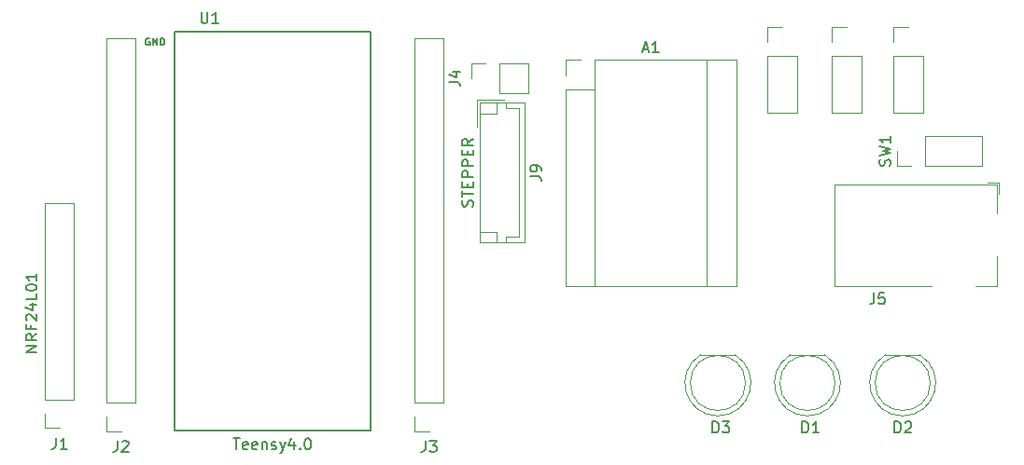
<source format=gbr>
%TF.GenerationSoftware,KiCad,Pcbnew,(6.0.2)*%
%TF.CreationDate,2023-06-01T09:29:34-05:00*%
%TF.ProjectId,MC_Circuit_v2,4d435f43-6972-4637-9569-745f76322e6b,rev?*%
%TF.SameCoordinates,Original*%
%TF.FileFunction,Legend,Top*%
%TF.FilePolarity,Positive*%
%FSLAX46Y46*%
G04 Gerber Fmt 4.6, Leading zero omitted, Abs format (unit mm)*
G04 Created by KiCad (PCBNEW (6.0.2)) date 2023-06-01 09:29:34*
%MOMM*%
%LPD*%
G01*
G04 APERTURE LIST*
%ADD10C,0.150000*%
%ADD11C,0.120000*%
%ADD12C,0.127000*%
G04 APERTURE END LIST*
D10*
%TO.C,SW1*%
X180207761Y-83629333D02*
X180255380Y-83486476D01*
X180255380Y-83248380D01*
X180207761Y-83153142D01*
X180160142Y-83105523D01*
X180064904Y-83057904D01*
X179969666Y-83057904D01*
X179874428Y-83105523D01*
X179826809Y-83153142D01*
X179779190Y-83248380D01*
X179731571Y-83438857D01*
X179683952Y-83534095D01*
X179636333Y-83581714D01*
X179541095Y-83629333D01*
X179445857Y-83629333D01*
X179350619Y-83581714D01*
X179303000Y-83534095D01*
X179255380Y-83438857D01*
X179255380Y-83200761D01*
X179303000Y-83057904D01*
X179255380Y-82724571D02*
X180255380Y-82486476D01*
X179541095Y-82296000D01*
X180255380Y-82105523D01*
X179255380Y-81867428D01*
X180255380Y-80962666D02*
X180255380Y-81534095D01*
X180255380Y-81248380D02*
X179255380Y-81248380D01*
X179398238Y-81343619D01*
X179493476Y-81438857D01*
X179541095Y-81534095D01*
%TO.C,*%
%TO.C,U1*%
X117729095Y-69683380D02*
X117729095Y-70492904D01*
X117776714Y-70588142D01*
X117824333Y-70635761D01*
X117919571Y-70683380D01*
X118110047Y-70683380D01*
X118205285Y-70635761D01*
X118252904Y-70588142D01*
X118300523Y-70492904D01*
X118300523Y-69683380D01*
X119300523Y-70683380D02*
X118729095Y-70683380D01*
X119014809Y-70683380D02*
X119014809Y-69683380D01*
X118919571Y-69826238D01*
X118824333Y-69921476D01*
X118729095Y-69969095D01*
X120634571Y-108418380D02*
X121206000Y-108418380D01*
X120920285Y-109418380D02*
X120920285Y-108418380D01*
X121920285Y-109370761D02*
X121825047Y-109418380D01*
X121634571Y-109418380D01*
X121539333Y-109370761D01*
X121491714Y-109275523D01*
X121491714Y-108894571D01*
X121539333Y-108799333D01*
X121634571Y-108751714D01*
X121825047Y-108751714D01*
X121920285Y-108799333D01*
X121967904Y-108894571D01*
X121967904Y-108989809D01*
X121491714Y-109085047D01*
X122777428Y-109370761D02*
X122682190Y-109418380D01*
X122491714Y-109418380D01*
X122396476Y-109370761D01*
X122348857Y-109275523D01*
X122348857Y-108894571D01*
X122396476Y-108799333D01*
X122491714Y-108751714D01*
X122682190Y-108751714D01*
X122777428Y-108799333D01*
X122825047Y-108894571D01*
X122825047Y-108989809D01*
X122348857Y-109085047D01*
X123253619Y-108751714D02*
X123253619Y-109418380D01*
X123253619Y-108846952D02*
X123301238Y-108799333D01*
X123396476Y-108751714D01*
X123539333Y-108751714D01*
X123634571Y-108799333D01*
X123682190Y-108894571D01*
X123682190Y-109418380D01*
X124110761Y-109370761D02*
X124206000Y-109418380D01*
X124396476Y-109418380D01*
X124491714Y-109370761D01*
X124539333Y-109275523D01*
X124539333Y-109227904D01*
X124491714Y-109132666D01*
X124396476Y-109085047D01*
X124253619Y-109085047D01*
X124158380Y-109037428D01*
X124110761Y-108942190D01*
X124110761Y-108894571D01*
X124158380Y-108799333D01*
X124253619Y-108751714D01*
X124396476Y-108751714D01*
X124491714Y-108799333D01*
X124872666Y-108751714D02*
X125110761Y-109418380D01*
X125348857Y-108751714D02*
X125110761Y-109418380D01*
X125015523Y-109656476D01*
X124967904Y-109704095D01*
X124872666Y-109751714D01*
X126158380Y-108751714D02*
X126158380Y-109418380D01*
X125920285Y-108370761D02*
X125682190Y-109085047D01*
X126301238Y-109085047D01*
X126682190Y-109323142D02*
X126729809Y-109370761D01*
X126682190Y-109418380D01*
X126634571Y-109370761D01*
X126682190Y-109323142D01*
X126682190Y-109418380D01*
X127348857Y-108418380D02*
X127444095Y-108418380D01*
X127539333Y-108466000D01*
X127586952Y-108513619D01*
X127634571Y-108608857D01*
X127682190Y-108799333D01*
X127682190Y-109037428D01*
X127634571Y-109227904D01*
X127586952Y-109323142D01*
X127539333Y-109370761D01*
X127444095Y-109418380D01*
X127348857Y-109418380D01*
X127253619Y-109370761D01*
X127206000Y-109323142D01*
X127158380Y-109227904D01*
X127110761Y-109037428D01*
X127110761Y-108799333D01*
X127158380Y-108608857D01*
X127206000Y-108513619D01*
X127253619Y-108466000D01*
X127348857Y-108418380D01*
X113050380Y-72070000D02*
X112989428Y-72039523D01*
X112898000Y-72039523D01*
X112806571Y-72070000D01*
X112745619Y-72130952D01*
X112715142Y-72191904D01*
X112684666Y-72313809D01*
X112684666Y-72405238D01*
X112715142Y-72527142D01*
X112745619Y-72588095D01*
X112806571Y-72649047D01*
X112898000Y-72679523D01*
X112958952Y-72679523D01*
X113050380Y-72649047D01*
X113080857Y-72618571D01*
X113080857Y-72405238D01*
X112958952Y-72405238D01*
X113355142Y-72679523D02*
X113355142Y-72039523D01*
X113720857Y-72679523D01*
X113720857Y-72039523D01*
X114025619Y-72679523D02*
X114025619Y-72039523D01*
X114178000Y-72039523D01*
X114269428Y-72070000D01*
X114330380Y-72130952D01*
X114360857Y-72191904D01*
X114391333Y-72313809D01*
X114391333Y-72405238D01*
X114360857Y-72527142D01*
X114330380Y-72588095D01*
X114269428Y-72649047D01*
X114178000Y-72679523D01*
X114025619Y-72679523D01*
%TO.C,J9*%
X147586380Y-84601333D02*
X148300666Y-84601333D01*
X148443523Y-84648952D01*
X148538761Y-84744190D01*
X148586380Y-84887047D01*
X148586380Y-84982285D01*
X148586380Y-84077523D02*
X148586380Y-83887047D01*
X148538761Y-83791809D01*
X148491142Y-83744190D01*
X148348285Y-83648952D01*
X148157809Y-83601333D01*
X147776857Y-83601333D01*
X147681619Y-83648952D01*
X147634000Y-83696571D01*
X147586380Y-83791809D01*
X147586380Y-83982285D01*
X147634000Y-84077523D01*
X147681619Y-84125142D01*
X147776857Y-84172761D01*
X148014952Y-84172761D01*
X148110190Y-84125142D01*
X148157809Y-84077523D01*
X148205428Y-83982285D01*
X148205428Y-83791809D01*
X148157809Y-83696571D01*
X148110190Y-83648952D01*
X148014952Y-83601333D01*
X142338761Y-87339428D02*
X142386380Y-87196571D01*
X142386380Y-86958476D01*
X142338761Y-86863238D01*
X142291142Y-86815619D01*
X142195904Y-86768000D01*
X142100666Y-86768000D01*
X142005428Y-86815619D01*
X141957809Y-86863238D01*
X141910190Y-86958476D01*
X141862571Y-87148952D01*
X141814952Y-87244190D01*
X141767333Y-87291809D01*
X141672095Y-87339428D01*
X141576857Y-87339428D01*
X141481619Y-87291809D01*
X141434000Y-87244190D01*
X141386380Y-87148952D01*
X141386380Y-86910857D01*
X141434000Y-86768000D01*
X141386380Y-86482285D02*
X141386380Y-85910857D01*
X142386380Y-86196571D02*
X141386380Y-86196571D01*
X141862571Y-85577523D02*
X141862571Y-85244190D01*
X142386380Y-85101333D02*
X142386380Y-85577523D01*
X141386380Y-85577523D01*
X141386380Y-85101333D01*
X142386380Y-84672761D02*
X141386380Y-84672761D01*
X141386380Y-84291809D01*
X141434000Y-84196571D01*
X141481619Y-84148952D01*
X141576857Y-84101333D01*
X141719714Y-84101333D01*
X141814952Y-84148952D01*
X141862571Y-84196571D01*
X141910190Y-84291809D01*
X141910190Y-84672761D01*
X142386380Y-83672761D02*
X141386380Y-83672761D01*
X141386380Y-83291809D01*
X141434000Y-83196571D01*
X141481619Y-83148952D01*
X141576857Y-83101333D01*
X141719714Y-83101333D01*
X141814952Y-83148952D01*
X141862571Y-83196571D01*
X141910190Y-83291809D01*
X141910190Y-83672761D01*
X141862571Y-82672761D02*
X141862571Y-82339428D01*
X142386380Y-82196571D02*
X142386380Y-82672761D01*
X141386380Y-82672761D01*
X141386380Y-82196571D01*
X142386380Y-81196571D02*
X141910190Y-81529904D01*
X142386380Y-81768000D02*
X141386380Y-81768000D01*
X141386380Y-81387047D01*
X141434000Y-81291809D01*
X141481619Y-81244190D01*
X141576857Y-81196571D01*
X141719714Y-81196571D01*
X141814952Y-81244190D01*
X141862571Y-81291809D01*
X141910190Y-81387047D01*
X141910190Y-81768000D01*
%TO.C,J5*%
X178736666Y-95210380D02*
X178736666Y-95924666D01*
X178689047Y-96067523D01*
X178593809Y-96162761D01*
X178450952Y-96210380D01*
X178355714Y-96210380D01*
X179689047Y-95210380D02*
X179212857Y-95210380D01*
X179165238Y-95686571D01*
X179212857Y-95638952D01*
X179308095Y-95591333D01*
X179546190Y-95591333D01*
X179641428Y-95638952D01*
X179689047Y-95686571D01*
X179736666Y-95781809D01*
X179736666Y-96019904D01*
X179689047Y-96115142D01*
X179641428Y-96162761D01*
X179546190Y-96210380D01*
X179308095Y-96210380D01*
X179212857Y-96162761D01*
X179165238Y-96115142D01*
%TO.C,J4*%
X140212380Y-76025333D02*
X140926666Y-76025333D01*
X141069523Y-76072952D01*
X141164761Y-76168190D01*
X141212380Y-76311047D01*
X141212380Y-76406285D01*
X140545714Y-75120571D02*
X141212380Y-75120571D01*
X140164761Y-75358666D02*
X140879047Y-75596761D01*
X140879047Y-74977714D01*
%TO.C,J3*%
X138071666Y-108638380D02*
X138071666Y-109352666D01*
X138024047Y-109495523D01*
X137928809Y-109590761D01*
X137785952Y-109638380D01*
X137690714Y-109638380D01*
X138452619Y-108638380D02*
X139071666Y-108638380D01*
X138738333Y-109019333D01*
X138881190Y-109019333D01*
X138976428Y-109066952D01*
X139024047Y-109114571D01*
X139071666Y-109209809D01*
X139071666Y-109447904D01*
X139024047Y-109543142D01*
X138976428Y-109590761D01*
X138881190Y-109638380D01*
X138595476Y-109638380D01*
X138500238Y-109590761D01*
X138452619Y-109543142D01*
%TO.C,J2*%
X110131666Y-108638380D02*
X110131666Y-109352666D01*
X110084047Y-109495523D01*
X109988809Y-109590761D01*
X109845952Y-109638380D01*
X109750714Y-109638380D01*
X110560238Y-108733619D02*
X110607857Y-108686000D01*
X110703095Y-108638380D01*
X110941190Y-108638380D01*
X111036428Y-108686000D01*
X111084047Y-108733619D01*
X111131666Y-108828857D01*
X111131666Y-108924095D01*
X111084047Y-109066952D01*
X110512619Y-109638380D01*
X111131666Y-109638380D01*
%TO.C,J1*%
X104543666Y-108379380D02*
X104543666Y-109093666D01*
X104496047Y-109236523D01*
X104400809Y-109331761D01*
X104257952Y-109379380D01*
X104162714Y-109379380D01*
X105543666Y-109379380D02*
X104972238Y-109379380D01*
X105257952Y-109379380D02*
X105257952Y-108379380D01*
X105162714Y-108522238D01*
X105067476Y-108617476D01*
X104972238Y-108665095D01*
X102814380Y-100551809D02*
X101814380Y-100551809D01*
X102814380Y-99980380D01*
X101814380Y-99980380D01*
X102814380Y-98932761D02*
X102338190Y-99266095D01*
X102814380Y-99504190D02*
X101814380Y-99504190D01*
X101814380Y-99123238D01*
X101862000Y-99028000D01*
X101909619Y-98980380D01*
X102004857Y-98932761D01*
X102147714Y-98932761D01*
X102242952Y-98980380D01*
X102290571Y-99028000D01*
X102338190Y-99123238D01*
X102338190Y-99504190D01*
X102290571Y-98170857D02*
X102290571Y-98504190D01*
X102814380Y-98504190D02*
X101814380Y-98504190D01*
X101814380Y-98028000D01*
X101909619Y-97694666D02*
X101862000Y-97647047D01*
X101814380Y-97551809D01*
X101814380Y-97313714D01*
X101862000Y-97218476D01*
X101909619Y-97170857D01*
X102004857Y-97123238D01*
X102100095Y-97123238D01*
X102242952Y-97170857D01*
X102814380Y-97742285D01*
X102814380Y-97123238D01*
X102147714Y-96266095D02*
X102814380Y-96266095D01*
X101766761Y-96504190D02*
X102481047Y-96742285D01*
X102481047Y-96123238D01*
X102814380Y-95266095D02*
X102814380Y-95742285D01*
X101814380Y-95742285D01*
X101814380Y-94742285D02*
X101814380Y-94647047D01*
X101862000Y-94551809D01*
X101909619Y-94504190D01*
X102004857Y-94456571D01*
X102195333Y-94408952D01*
X102433428Y-94408952D01*
X102623904Y-94456571D01*
X102719142Y-94504190D01*
X102766761Y-94551809D01*
X102814380Y-94647047D01*
X102814380Y-94742285D01*
X102766761Y-94837523D01*
X102719142Y-94885142D01*
X102623904Y-94932761D01*
X102433428Y-94980380D01*
X102195333Y-94980380D01*
X102004857Y-94932761D01*
X101909619Y-94885142D01*
X101862000Y-94837523D01*
X101814380Y-94742285D01*
X102814380Y-93456571D02*
X102814380Y-94028000D01*
X102814380Y-93742285D02*
X101814380Y-93742285D01*
X101957238Y-93837523D01*
X102052476Y-93932761D01*
X102100095Y-94028000D01*
%TO.C,D3*%
X164107904Y-107894380D02*
X164107904Y-106894380D01*
X164346000Y-106894380D01*
X164488857Y-106942000D01*
X164584095Y-107037238D01*
X164631714Y-107132476D01*
X164679333Y-107322952D01*
X164679333Y-107465809D01*
X164631714Y-107656285D01*
X164584095Y-107751523D01*
X164488857Y-107846761D01*
X164346000Y-107894380D01*
X164107904Y-107894380D01*
X165012666Y-106894380D02*
X165631714Y-106894380D01*
X165298380Y-107275333D01*
X165441238Y-107275333D01*
X165536476Y-107322952D01*
X165584095Y-107370571D01*
X165631714Y-107465809D01*
X165631714Y-107703904D01*
X165584095Y-107799142D01*
X165536476Y-107846761D01*
X165441238Y-107894380D01*
X165155523Y-107894380D01*
X165060285Y-107846761D01*
X165012666Y-107799142D01*
%TO.C,D2*%
X180617904Y-107894380D02*
X180617904Y-106894380D01*
X180856000Y-106894380D01*
X180998857Y-106942000D01*
X181094095Y-107037238D01*
X181141714Y-107132476D01*
X181189333Y-107322952D01*
X181189333Y-107465809D01*
X181141714Y-107656285D01*
X181094095Y-107751523D01*
X180998857Y-107846761D01*
X180856000Y-107894380D01*
X180617904Y-107894380D01*
X181570285Y-106989619D02*
X181617904Y-106942000D01*
X181713142Y-106894380D01*
X181951238Y-106894380D01*
X182046476Y-106942000D01*
X182094095Y-106989619D01*
X182141714Y-107084857D01*
X182141714Y-107180095D01*
X182094095Y-107322952D01*
X181522666Y-107894380D01*
X182141714Y-107894380D01*
%TO.C,D1*%
X172235904Y-107894380D02*
X172235904Y-106894380D01*
X172474000Y-106894380D01*
X172616857Y-106942000D01*
X172712095Y-107037238D01*
X172759714Y-107132476D01*
X172807333Y-107322952D01*
X172807333Y-107465809D01*
X172759714Y-107656285D01*
X172712095Y-107751523D01*
X172616857Y-107846761D01*
X172474000Y-107894380D01*
X172235904Y-107894380D01*
X173759714Y-107894380D02*
X173188285Y-107894380D01*
X173474000Y-107894380D02*
X173474000Y-106894380D01*
X173378761Y-107037238D01*
X173283523Y-107132476D01*
X173188285Y-107180095D01*
%TO.C,A1*%
X157791714Y-73064666D02*
X158267904Y-73064666D01*
X157696476Y-73350380D02*
X158029809Y-72350380D01*
X158363142Y-73350380D01*
X159220285Y-73350380D02*
X158648857Y-73350380D01*
X158934571Y-73350380D02*
X158934571Y-72350380D01*
X158839333Y-72493238D01*
X158744095Y-72588476D01*
X158648857Y-72636095D01*
D11*
%TO.C,SW1*%
X188543000Y-83626000D02*
X188543000Y-80966000D01*
X183403000Y-83626000D02*
X188543000Y-83626000D01*
X182133000Y-83626000D02*
X180803000Y-83626000D01*
X183403000Y-80966000D02*
X188543000Y-80966000D01*
X180803000Y-83626000D02*
X180803000Y-82296000D01*
X183403000Y-83626000D02*
X183403000Y-80966000D01*
D12*
%TO.C,U1*%
X133096000Y-107696000D02*
X115316000Y-107696000D01*
X115316000Y-107696000D02*
X115316000Y-71436000D01*
X115316000Y-71436000D02*
X133096000Y-71436000D01*
X133096000Y-71436000D02*
X133096000Y-107696000D01*
D11*
%TO.C,J9*%
X147044000Y-77908000D02*
X143024000Y-77908000D01*
X147044000Y-90628000D02*
X147044000Y-77908000D01*
X144524000Y-90628000D02*
X144524000Y-89628000D01*
X146544000Y-90128000D02*
X145334000Y-90128000D01*
X144524000Y-77908000D02*
X144524000Y-78908000D01*
X145334000Y-78408000D02*
X146544000Y-78408000D01*
X144524000Y-89628000D02*
X143024000Y-89628000D01*
X145334000Y-90128000D02*
X145334000Y-90628000D01*
X146544000Y-78408000D02*
X146544000Y-90128000D01*
X144524000Y-78908000D02*
X143024000Y-78908000D01*
X143024000Y-90628000D02*
X147044000Y-90628000D01*
X145334000Y-77908000D02*
X145334000Y-78408000D01*
X145224000Y-77608000D02*
X142724000Y-77608000D01*
X143024000Y-77908000D02*
X143024000Y-90628000D01*
X142724000Y-77608000D02*
X142724000Y-80108000D01*
%TO.C,J8*%
X169104000Y-78815000D02*
X171764000Y-78815000D01*
X169104000Y-73675000D02*
X169104000Y-78815000D01*
X169104000Y-72405000D02*
X169104000Y-71075000D01*
X171764000Y-73675000D02*
X171764000Y-78815000D01*
X169104000Y-71075000D02*
X170434000Y-71075000D01*
X169104000Y-73675000D02*
X171764000Y-73675000D01*
%TO.C,J7*%
X174946000Y-73660000D02*
X177606000Y-73660000D01*
X174946000Y-71060000D02*
X176276000Y-71060000D01*
X177606000Y-73660000D02*
X177606000Y-78800000D01*
X174946000Y-72390000D02*
X174946000Y-71060000D01*
X174946000Y-73660000D02*
X174946000Y-78800000D01*
X174946000Y-78800000D02*
X177606000Y-78800000D01*
%TO.C,J6*%
X180534000Y-73675000D02*
X183194000Y-73675000D01*
X180534000Y-71075000D02*
X181864000Y-71075000D01*
X183194000Y-73675000D02*
X183194000Y-78815000D01*
X180534000Y-72405000D02*
X180534000Y-71075000D01*
X180534000Y-73675000D02*
X180534000Y-78815000D01*
X180534000Y-78815000D02*
X183194000Y-78815000D01*
%TO.C,J5*%
X175176000Y-85374500D02*
X189876000Y-85374500D01*
X175176000Y-94574500D02*
X175176000Y-85374500D01*
X189876000Y-94574500D02*
X187976000Y-94574500D01*
X189876000Y-91874500D02*
X189876000Y-94574500D01*
X189876000Y-85374500D02*
X189876000Y-87974500D01*
X183976000Y-94574500D02*
X175176000Y-94574500D01*
X190076000Y-86224500D02*
X190076000Y-85174500D01*
X189026000Y-85174500D02*
X190076000Y-85174500D01*
%TO.C,J4*%
X144800000Y-77022000D02*
X147400000Y-77022000D01*
X144800000Y-74362000D02*
X147400000Y-74362000D01*
X144800000Y-77022000D02*
X144800000Y-74362000D01*
X142200000Y-75692000D02*
X142200000Y-74362000D01*
X142200000Y-74362000D02*
X143530000Y-74362000D01*
X147400000Y-77022000D02*
X147400000Y-74362000D01*
%TO.C,J3*%
X139735000Y-105146000D02*
X139735000Y-72066000D01*
X137075000Y-107746000D02*
X137075000Y-106416000D01*
X137075000Y-105146000D02*
X137075000Y-72066000D01*
X139735000Y-72066000D02*
X137075000Y-72066000D01*
X138405000Y-107746000D02*
X137075000Y-107746000D01*
X139735000Y-105146000D02*
X137075000Y-105146000D01*
%TO.C,J2*%
X111795000Y-105146000D02*
X111795000Y-72066000D01*
X109135000Y-107746000D02*
X109135000Y-106416000D01*
X109135000Y-105146000D02*
X109135000Y-72066000D01*
X111795000Y-72066000D02*
X109135000Y-72066000D01*
X110465000Y-107746000D02*
X109135000Y-107746000D01*
X111795000Y-105146000D02*
X109135000Y-105146000D01*
%TO.C,J1*%
X104877000Y-107487000D02*
X103547000Y-107487000D01*
X106207000Y-104887000D02*
X106207000Y-87047000D01*
X106207000Y-87047000D02*
X103547000Y-87047000D01*
X103547000Y-104887000D02*
X103547000Y-87047000D01*
X106207000Y-104887000D02*
X103547000Y-104887000D01*
X103547000Y-107487000D02*
X103547000Y-106157000D01*
%TO.C,D3*%
X166137000Y-100818000D02*
X163047000Y-100818000D01*
X163047170Y-100818000D02*
G75*
G03*
X164592462Y-106368000I1544830J-2560000D01*
G01*
X164591538Y-106368000D02*
G75*
G03*
X166136830Y-100818000I462J2990000D01*
G01*
X167092000Y-103378000D02*
G75*
G03*
X167092000Y-103378000I-2500000J0D01*
G01*
%TO.C,D2*%
X182901000Y-100818000D02*
X179811000Y-100818000D01*
X179811170Y-100818000D02*
G75*
G03*
X181356462Y-106368000I1544830J-2560000D01*
G01*
X181355538Y-106368000D02*
G75*
G03*
X182900830Y-100818000I462J2990000D01*
G01*
X183856000Y-103378000D02*
G75*
G03*
X183856000Y-103378000I-2500000J0D01*
G01*
%TO.C,D1*%
X174265000Y-100823000D02*
X171175000Y-100823000D01*
X171175170Y-100823000D02*
G75*
G03*
X172720462Y-106373000I1544830J-2560000D01*
G01*
X172719538Y-106373000D02*
G75*
G03*
X174264830Y-100823000I462J2990000D01*
G01*
X175220000Y-103383000D02*
G75*
G03*
X175220000Y-103383000I-2500000J0D01*
G01*
%TO.C,A1*%
X166256000Y-94618000D02*
X166256000Y-74038000D01*
X150756000Y-94618000D02*
X166256000Y-94618000D01*
X163586000Y-74038000D02*
X163586000Y-94618000D01*
X166256000Y-74038000D02*
X153426000Y-74038000D01*
X153426000Y-76708000D02*
X150756000Y-76708000D01*
X153426000Y-74038000D02*
X153426000Y-76708000D01*
X153426000Y-76708000D02*
X153426000Y-94618000D01*
X152156000Y-74038000D02*
X150756000Y-74038000D01*
X150756000Y-74038000D02*
X150756000Y-75438000D01*
X150756000Y-76708000D02*
X150756000Y-94618000D01*
%TD*%
M02*

</source>
